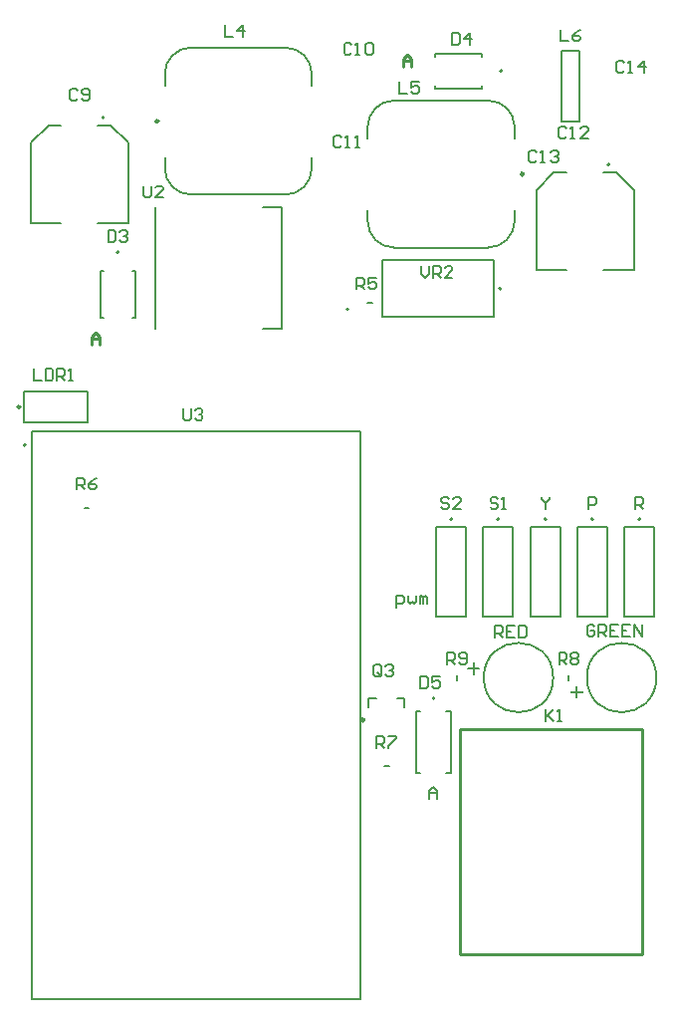
<source format=gbr>
%TF.GenerationSoftware,Altium Limited,Altium Designer,24.8.2 (39)*%
G04 Layer_Color=65535*
%FSLAX45Y45*%
%MOMM*%
%TF.SameCoordinates,9AFBC994-958A-47DF-A14A-4FF3E0378C2E*%
%TF.FilePolarity,Positive*%
%TF.FileFunction,Legend,Top*%
%TF.Part,Single*%
G01*
G75*
%TA.AperFunction,NonConductor*%
%ADD27C,0.25400*%
%ADD42C,0.20000*%
%ADD43C,0.25000*%
%ADD44C,0.12700*%
%ADD45C,0.15000*%
%ADD46C,0.15400*%
G36*
X4777827Y2782827D02*
X4821929D01*
Y2764348D01*
X4777827D01*
Y2720000D01*
X4759102D01*
Y2764348D01*
X4715000D01*
Y2782827D01*
X4759102D01*
Y2826929D01*
X4777827D01*
Y2782827D01*
D02*
G37*
D27*
X3775002Y2459997D02*
X5325001D01*
X3775002Y549998D02*
Y2459997D01*
Y549998D02*
X5325001D01*
Y2459997D01*
X3290400Y8092900D02*
Y8159545D01*
X3323723Y8192868D01*
X3357045Y8159545D01*
Y8092900D01*
Y8142884D01*
X3290400D01*
X642900Y5727900D02*
Y5794545D01*
X676222Y5827868D01*
X709545Y5794545D01*
Y5727900D01*
Y5777884D01*
X642900D01*
D42*
X2990000Y6780000D02*
G03*
X3215000Y6555000I225000J0D01*
G01*
X4015000D02*
G03*
X4240000Y6780000I0J225000D01*
G01*
Y7580000D02*
G03*
X4015000Y7805000I-225000J0D01*
G01*
X3215000D02*
G03*
X2990000Y7580000I0J-225000D01*
G01*
X5445000Y2900000D02*
G03*
X5445000Y2900000I-295000J0D01*
G01*
X5050000Y7260000D02*
G03*
X5050000Y7260000I-10000J0D01*
G01*
X4125000Y6205000D02*
G03*
X4125000Y6205000I-10000J0D01*
G01*
X4568001Y2899999D02*
G03*
X4568001Y2899999I-295000J0D01*
G01*
X2830000Y6030000D02*
G03*
X2830000Y6030000I-10000J0D01*
G01*
X83000Y4876000D02*
G03*
X83000Y4876000I-10000J0D01*
G01*
X750000Y7660000D02*
G03*
X750000Y7660000I-10000J0D01*
G01*
X2290000Y7005000D02*
G03*
X2515000Y7230000I0J225000D01*
G01*
X1265000D02*
G03*
X1490000Y7005000I225000J0D01*
G01*
Y8255000D02*
G03*
X1265000Y8030000I0J-225000D01*
G01*
X2515000D02*
G03*
X2290000Y8255000I-225000J0D01*
G01*
X875000Y6515000D02*
G03*
X875000Y6515000I-10000J0D01*
G01*
X4135000Y8055000D02*
G03*
X4135000Y8055000I-10000J0D01*
G01*
X4909999Y4245999D02*
G03*
X4909999Y4245999I-10000J0D01*
G01*
X5309998Y4246002D02*
G03*
X5309998Y4246002I-10000J0D01*
G01*
X4510001Y4245998D02*
G03*
X4510001Y4245998I-10000J0D01*
G01*
X4109998Y4246001D02*
G03*
X4109998Y4246001I-10000J0D01*
G01*
X3560000Y2724600D02*
G03*
X3560000Y2724600I-10000J0D01*
G01*
X3710001Y4246000D02*
G03*
X3710001Y4246000I-10000J0D01*
G01*
X3215000Y6555001D02*
X4014998D01*
X3215000Y7805001D02*
X4014998D01*
X2990002Y6779999D02*
Y6875000D01*
Y7485001D02*
Y7580002D01*
X4240002Y7485001D02*
Y7580002D01*
Y6779999D02*
Y6875000D01*
X1265001Y7934998D02*
Y8029999D01*
Y7230001D02*
Y7325002D01*
X2515001Y7230001D02*
Y7325002D01*
Y7934998D02*
Y8029999D01*
X1490000Y7005002D02*
X2289998D01*
X1490000Y8255002D02*
X2289998D01*
X4640001Y8229999D02*
X4789998D01*
X4640001Y7630000D02*
Y8229999D01*
X4789998Y7630000D02*
Y8229999D01*
X4640001Y7630000D02*
X4789998D01*
X4773000Y4181000D02*
X5027000D01*
X4773000Y3419000D02*
X5027000D01*
Y4181000D01*
X4773000Y3419000D02*
Y4181000D01*
X5173000D02*
X5427000D01*
X5173000Y3419000D02*
X5427000D01*
Y4181000D01*
X5173000Y3419000D02*
Y4181000D01*
X4373000D02*
X4627000D01*
X4373000Y3419000D02*
X4627000D01*
Y4181000D01*
X4373000Y3419000D02*
Y4181000D01*
X3973000D02*
X4227000D01*
X3973000Y3419000D02*
X4227000D01*
Y4181000D01*
X3973000Y3419000D02*
Y4181000D01*
X3573000D02*
X3827000D01*
X3573000Y3419000D02*
X3827000D01*
Y4181000D01*
X3573000Y3419000D02*
Y4181000D01*
X607998Y5065498D02*
Y5334499D01*
X70000D02*
X607998D01*
X70000Y5065498D02*
Y5334499D01*
Y5065498D02*
X607998D01*
X2994998Y2648701D02*
Y2724998D01*
X3060001D01*
X3305000Y2648701D02*
Y2724998D01*
X3240001D02*
X3305000D01*
X3232500Y3492500D02*
Y3592468D01*
X3282484D01*
X3299145Y3575806D01*
Y3542484D01*
X3282484Y3525823D01*
X3232500D01*
X3332468Y3592468D02*
Y3542484D01*
X3349129Y3525823D01*
X3365790Y3542484D01*
X3382452Y3525823D01*
X3399113Y3542484D01*
Y3592468D01*
X3432436Y3525823D02*
Y3592468D01*
X3449097D01*
X3465758Y3575806D01*
Y3525823D01*
Y3575806D01*
X3482420Y3592468D01*
X3499081Y3575806D01*
Y3525823D01*
D43*
X4317500Y7180000D02*
G03*
X4317500Y7180000I-12500J0D01*
G01*
X1212500Y7630000D02*
G03*
X1212500Y7630000I-12500J0D01*
G01*
X37500Y5200000D02*
G03*
X37500Y5200000I-12500J0D01*
G01*
X2962500Y2540000D02*
G03*
X2962500Y2540000I-12500J0D01*
G01*
D44*
X4425000Y6364998D02*
X4682998D01*
X4996998D02*
X5255001D01*
X4575002Y7194999D02*
X4682998D01*
X4996998D02*
X5104999D01*
X5255001Y7045002D01*
Y6364998D02*
Y7045002D01*
X4425000Y6364998D02*
Y7045002D01*
X4575002Y7194999D01*
X3113502Y6445999D02*
X4066499D01*
Y5962998D02*
Y6445999D01*
X3113502Y5962998D02*
Y6445999D01*
Y5962998D02*
X4066499D01*
X1185001Y5862002D02*
Y6898002D01*
X2100001D02*
X2260498D01*
X2100001Y5862002D02*
X2260498D01*
Y6898002D01*
X135002Y168998D02*
Y4988998D01*
X2924998Y168998D02*
Y4988998D01*
X135002D02*
X2924998D01*
X135002Y168998D02*
X1123001D01*
X1935999D01*
X2924998D01*
X124998Y7445001D02*
X275001Y7594999D01*
X124998Y6765003D02*
Y7445001D01*
X954999Y6765003D02*
Y7445001D01*
X805002Y7594999D02*
X954999Y7445001D01*
X697001Y7594999D02*
X805002D01*
X275001D02*
X383002D01*
X697001Y6765003D02*
X954999D01*
X124998D02*
X383002D01*
X1014999Y5955002D02*
Y6355001D01*
X715000Y5955002D02*
Y6355001D01*
X739999D01*
X990001Y5955002D02*
X1014999D01*
X715000D02*
X739999D01*
X990001Y6355001D02*
X1014999D01*
X3565002Y7905000D02*
X3965001D01*
X3565002Y8205000D02*
X3965001D01*
Y8180001D02*
Y8205000D01*
X3565002Y7905000D02*
Y7929999D01*
Y8180001D02*
Y8205000D01*
X3965001Y7905000D02*
Y7929999D01*
X3660001Y2614998D02*
X3694997D01*
Y2085001D02*
Y2614998D01*
X3660001Y2085001D02*
X3694997D01*
X3405001Y2614998D02*
X3440002D01*
X3405001Y2085001D02*
Y2614998D01*
Y2085001D02*
X3440002D01*
D45*
X2990000Y6085001D02*
X3030000D01*
X4700001Y2880000D02*
Y2920000D01*
X580000Y4345004D02*
X620000D01*
X3130002Y2150000D02*
X3170002D01*
X3750000Y2880001D02*
Y2920001D01*
X3840000Y2974976D02*
X3939967D01*
X3889984Y3024960D02*
Y2924992D01*
X1085000Y7079984D02*
Y6996677D01*
X1101661Y6980016D01*
X1134984D01*
X1151645Y6996677D01*
Y7079984D01*
X1251612Y6980016D02*
X1184967D01*
X1251612Y7046661D01*
Y7063322D01*
X1234951Y7079984D01*
X1201629D01*
X1184967Y7063322D01*
X1419860Y5185048D02*
Y5101741D01*
X1436521Y5085080D01*
X1469844D01*
X1486505Y5101741D01*
Y5185048D01*
X1519828Y5168386D02*
X1536489Y5185048D01*
X1569812D01*
X1586473Y5168386D01*
Y5151725D01*
X1569812Y5135064D01*
X1553150D01*
X1569812D01*
X1586473Y5118403D01*
Y5101741D01*
X1569812Y5085080D01*
X1536489D01*
X1519828Y5101741D01*
X4467860Y4430668D02*
Y4414006D01*
X4501183Y4380684D01*
X4534505Y4414006D01*
Y4430668D01*
X4501183Y4380684D02*
Y4330700D01*
X3445000Y6399984D02*
Y6333339D01*
X3478322Y6300016D01*
X3511645Y6333339D01*
Y6399984D01*
X3544968Y6300016D02*
Y6399984D01*
X3594951D01*
X3611613Y6383323D01*
Y6350000D01*
X3594951Y6333339D01*
X3544968D01*
X3578290D02*
X3611613Y6300016D01*
X3711580D02*
X3644935D01*
X3711580Y6366661D01*
Y6383323D01*
X3694919Y6399984D01*
X3661597D01*
X3644935Y6383323D01*
X3683605Y4414006D02*
X3666944Y4430668D01*
X3633621D01*
X3616960Y4414006D01*
Y4397345D01*
X3633621Y4380684D01*
X3666944D01*
X3683605Y4364023D01*
Y4347361D01*
X3666944Y4330700D01*
X3633621D01*
X3616960Y4347361D01*
X3783573Y4330700D02*
X3716928D01*
X3783573Y4397345D01*
Y4414006D01*
X3766912Y4430668D01*
X3733589D01*
X3716928Y4414006D01*
X4100165D02*
X4083504Y4430668D01*
X4050181D01*
X4033520Y4414006D01*
Y4397345D01*
X4050181Y4380684D01*
X4083504D01*
X4100165Y4364023D01*
Y4347361D01*
X4083504Y4330700D01*
X4050181D01*
X4033520Y4347361D01*
X4133488Y4330700D02*
X4166810D01*
X4150149D01*
Y4430668D01*
X4133488Y4414006D01*
X5265420Y4330700D02*
Y4430668D01*
X5315404D01*
X5332065Y4414006D01*
Y4380684D01*
X5315404Y4364023D01*
X5265420D01*
X5298743D02*
X5332065Y4330700D01*
X4075000Y3240016D02*
Y3339984D01*
X4124984D01*
X4141645Y3323323D01*
Y3290000D01*
X4124984Y3273339D01*
X4075000D01*
X4108322D02*
X4141645Y3240016D01*
X4241613Y3339984D02*
X4174968D01*
Y3240016D01*
X4241613D01*
X4174968Y3290000D02*
X4208290D01*
X4274935Y3339984D02*
Y3240016D01*
X4324919D01*
X4341580Y3256678D01*
Y3323323D01*
X4324919Y3339984D01*
X4274935D01*
X3667760Y3012440D02*
Y3112408D01*
X3717744D01*
X3734405Y3095746D01*
Y3062424D01*
X3717744Y3045763D01*
X3667760D01*
X3701083D02*
X3734405Y3012440D01*
X3767728Y3029101D02*
X3784389Y3012440D01*
X3817712D01*
X3834373Y3029101D01*
Y3095746D01*
X3817712Y3112408D01*
X3784389D01*
X3767728Y3095746D01*
Y3079085D01*
X3784389Y3062424D01*
X3834373D01*
X4617720Y3012440D02*
Y3112408D01*
X4667704D01*
X4684365Y3095746D01*
Y3062424D01*
X4667704Y3045763D01*
X4617720D01*
X4651043D02*
X4684365Y3012440D01*
X4717688Y3095746D02*
X4734349Y3112408D01*
X4767672D01*
X4784333Y3095746D01*
Y3079085D01*
X4767672Y3062424D01*
X4784333Y3045763D01*
Y3029101D01*
X4767672Y3012440D01*
X4734349D01*
X4717688Y3029101D01*
Y3045763D01*
X4734349Y3062424D01*
X4717688Y3079085D01*
Y3095746D01*
X4734349Y3062424D02*
X4767672D01*
X3065780Y2303780D02*
Y2403748D01*
X3115764D01*
X3132425Y2387086D01*
Y2353764D01*
X3115764Y2337103D01*
X3065780D01*
X3099103D02*
X3132425Y2303780D01*
X3165748Y2403748D02*
X3232393D01*
Y2387086D01*
X3165748Y2320441D01*
Y2303780D01*
X515620Y4498340D02*
Y4598308D01*
X565604D01*
X582265Y4581646D01*
Y4548324D01*
X565604Y4531663D01*
X515620D01*
X548943D02*
X582265Y4498340D01*
X682233Y4598308D02*
X648910Y4581646D01*
X615588Y4548324D01*
Y4515001D01*
X632249Y4498340D01*
X665572D01*
X682233Y4515001D01*
Y4531663D01*
X665572Y4548324D01*
X615588D01*
X2895000Y6200016D02*
Y6299984D01*
X2944984D01*
X2961645Y6283322D01*
Y6250000D01*
X2944984Y6233339D01*
X2895000D01*
X2928322D02*
X2961645Y6200016D01*
X3061613Y6299984D02*
X2994968D01*
Y6250000D01*
X3028290Y6266661D01*
X3044951D01*
X3061613Y6250000D01*
Y6216677D01*
X3044951Y6200016D01*
X3011629D01*
X2994968Y6216677D01*
X3104485Y2924961D02*
Y2991606D01*
X3087824Y3008268D01*
X3054501D01*
X3037840Y2991606D01*
Y2924961D01*
X3054501Y2908300D01*
X3087824D01*
X3071163Y2941623D02*
X3104485Y2908300D01*
X3087824D02*
X3104485Y2924961D01*
X3137808Y2991606D02*
X3154469Y3008268D01*
X3187792D01*
X3204453Y2991606D01*
Y2974945D01*
X3187792Y2958284D01*
X3171130D01*
X3187792D01*
X3204453Y2941623D01*
Y2924961D01*
X3187792Y2908300D01*
X3154469D01*
X3137808Y2924961D01*
X4866640Y4330700D02*
Y4430668D01*
X4916624D01*
X4933285Y4414006D01*
Y4380684D01*
X4916624Y4364023D01*
X4866640D01*
X149860Y5522868D02*
Y5422900D01*
X216505D01*
X249828Y5522868D02*
Y5422900D01*
X299812D01*
X316473Y5439561D01*
Y5506206D01*
X299812Y5522868D01*
X249828D01*
X349796Y5422900D02*
Y5522868D01*
X399779D01*
X416441Y5506206D01*
Y5472884D01*
X399779Y5456223D01*
X349796D01*
X383118D02*
X416441Y5422900D01*
X449763D02*
X483086D01*
X466425D01*
Y5522868D01*
X449763Y5506206D01*
X4632960Y8408308D02*
Y8308340D01*
X4699605D01*
X4799573Y8408308D02*
X4766250Y8391646D01*
X4732928Y8358324D01*
Y8325001D01*
X4749589Y8308340D01*
X4782912D01*
X4799573Y8325001D01*
Y8341663D01*
X4782912Y8358324D01*
X4732928D01*
X3257500Y7964984D02*
Y7865016D01*
X3324145D01*
X3424113Y7964984D02*
X3357468D01*
Y7915000D01*
X3390790Y7931661D01*
X3407451D01*
X3424113Y7915000D01*
Y7881677D01*
X3407451Y7865016D01*
X3374129D01*
X3357468Y7881677D01*
X1780540Y8443868D02*
Y8343900D01*
X1847185D01*
X1930492D02*
Y8443868D01*
X1880508Y8393884D01*
X1947153D01*
X4505000Y2629984D02*
Y2530016D01*
Y2563339D01*
X4571645Y2629984D01*
X4521661Y2580000D01*
X4571645Y2530016D01*
X4604967D02*
X4638290D01*
X4621629D01*
Y2629984D01*
X4604967Y2613322D01*
X4921645Y3333323D02*
X4904984Y3349984D01*
X4871661D01*
X4855000Y3333323D01*
Y3266677D01*
X4871661Y3250016D01*
X4904984D01*
X4921645Y3266677D01*
Y3300000D01*
X4888322D01*
X4954967Y3250016D02*
Y3349984D01*
X5004951D01*
X5021613Y3333323D01*
Y3300000D01*
X5004951Y3283339D01*
X4954967D01*
X4988290D02*
X5021613Y3250016D01*
X5121580Y3349984D02*
X5054935D01*
Y3250016D01*
X5121580D01*
X5054935Y3300000D02*
X5088258D01*
X5221548Y3349984D02*
X5154903D01*
Y3250016D01*
X5221548D01*
X5154903Y3300000D02*
X5188226D01*
X5254871Y3250016D02*
Y3349984D01*
X5321516Y3250016D01*
Y3349984D01*
X3439160Y2909208D02*
Y2809240D01*
X3489144D01*
X3505805Y2825901D01*
Y2892546D01*
X3489144Y2909208D01*
X3439160D01*
X3605773D02*
X3539128D01*
Y2859224D01*
X3572450Y2875885D01*
X3589112D01*
X3605773Y2859224D01*
Y2825901D01*
X3589112Y2809240D01*
X3555789D01*
X3539128Y2825901D01*
X3708400Y8377828D02*
Y8277860D01*
X3758384D01*
X3775045Y8294521D01*
Y8361166D01*
X3758384Y8377828D01*
X3708400D01*
X3858352Y8277860D02*
Y8377828D01*
X3808368Y8327844D01*
X3875013D01*
X782320Y6701428D02*
Y6601460D01*
X832304D01*
X848965Y6618121D01*
Y6684766D01*
X832304Y6701428D01*
X782320D01*
X882288Y6684766D02*
X898949Y6701428D01*
X932272D01*
X948933Y6684766D01*
Y6668105D01*
X932272Y6651444D01*
X915610D01*
X932272D01*
X948933Y6634783D01*
Y6618121D01*
X932272Y6601460D01*
X898949D01*
X882288Y6618121D01*
X5172045Y8122406D02*
X5155384Y8139068D01*
X5122061D01*
X5105400Y8122406D01*
Y8055761D01*
X5122061Y8039100D01*
X5155384D01*
X5172045Y8055761D01*
X5205368Y8039100D02*
X5238690D01*
X5222029D01*
Y8139068D01*
X5205368Y8122406D01*
X5338658Y8039100D02*
Y8139068D01*
X5288674Y8089084D01*
X5355319D01*
X4426645Y7363323D02*
X4409984Y7379984D01*
X4376661D01*
X4360000Y7363323D01*
Y7296678D01*
X4376661Y7280016D01*
X4409984D01*
X4426645Y7296678D01*
X4459967Y7280016D02*
X4493290D01*
X4476629D01*
Y7379984D01*
X4459967Y7363323D01*
X4543274D02*
X4559935Y7379984D01*
X4593258D01*
X4609919Y7363323D01*
Y7346661D01*
X4593258Y7330000D01*
X4576596D01*
X4593258D01*
X4609919Y7313339D01*
Y7296678D01*
X4593258Y7280016D01*
X4559935D01*
X4543274Y7296678D01*
X4681645Y7563322D02*
X4664984Y7579984D01*
X4631661D01*
X4615000Y7563322D01*
Y7496677D01*
X4631661Y7480016D01*
X4664984D01*
X4681645Y7496677D01*
X4714967Y7480016D02*
X4748290D01*
X4731629D01*
Y7579984D01*
X4714967Y7563322D01*
X4864919Y7480016D02*
X4798274D01*
X4864919Y7546661D01*
Y7563322D01*
X4848258Y7579984D01*
X4814935D01*
X4798274Y7563322D01*
X2769205Y7492486D02*
X2752544Y7509148D01*
X2719221D01*
X2702560Y7492486D01*
Y7425841D01*
X2719221Y7409180D01*
X2752544D01*
X2769205Y7425841D01*
X2802528Y7409180D02*
X2835850D01*
X2819189D01*
Y7509148D01*
X2802528Y7492486D01*
X2885834Y7409180D02*
X2919157D01*
X2902496D01*
Y7509148D01*
X2885834Y7492486D01*
X2855565Y8277346D02*
X2838904Y8294008D01*
X2805581D01*
X2788920Y8277346D01*
Y8210701D01*
X2805581Y8194040D01*
X2838904D01*
X2855565Y8210701D01*
X2888888Y8194040D02*
X2922210D01*
X2905549D01*
Y8294008D01*
X2888888Y8277346D01*
X2972194D02*
X2988856Y8294008D01*
X3022178D01*
X3038839Y8277346D01*
Y8210701D01*
X3022178Y8194040D01*
X2988856D01*
X2972194Y8210701D01*
Y8277346D01*
X523845Y7891266D02*
X507184Y7907928D01*
X473861D01*
X457200Y7891266D01*
Y7824621D01*
X473861Y7807960D01*
X507184D01*
X523845Y7824621D01*
X557168D02*
X573829Y7807960D01*
X607152D01*
X623813Y7824621D01*
Y7891266D01*
X607152Y7907928D01*
X573829D01*
X557168Y7891266D01*
Y7874605D01*
X573829Y7857944D01*
X623813D01*
D46*
X3512900Y1870400D02*
Y1937045D01*
X3546223Y1970368D01*
X3579545Y1937045D01*
Y1870400D01*
Y1920384D01*
X3512900D01*
%TF.MD5,7b5dfe350783b2b6515a85195ae035e7*%
M02*

</source>
